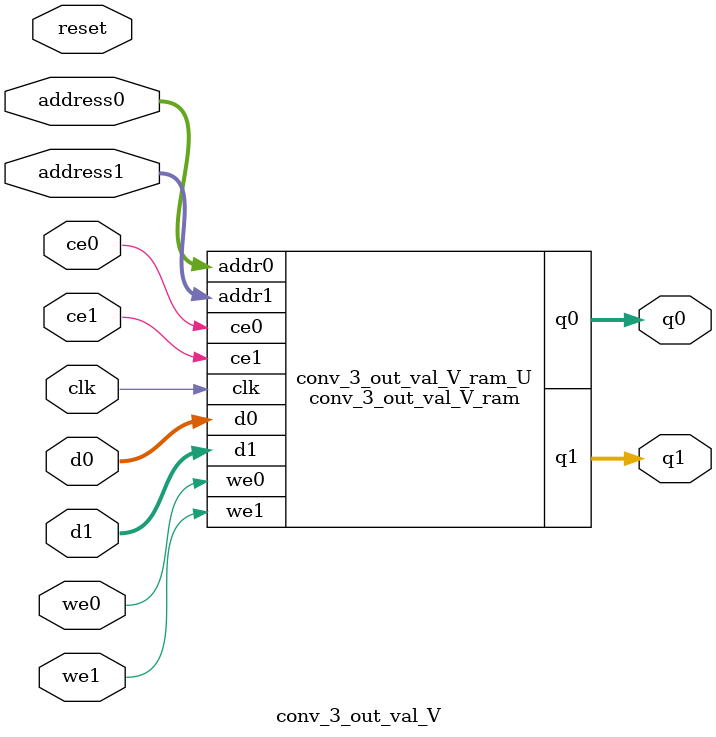
<source format=v>

`timescale 1 ns / 1 ps
module conv_3_out_val_V_ram (addr0, ce0, d0, we0, q0, addr1, ce1, d1, we1, q1,  clk);

parameter DWIDTH = 16;
parameter AWIDTH = 4;
parameter MEM_SIZE = 16;

input[AWIDTH-1:0] addr0;
input ce0;
input[DWIDTH-1:0] d0;
input we0;
output reg[DWIDTH-1:0] q0;
input[AWIDTH-1:0] addr1;
input ce1;
input[DWIDTH-1:0] d1;
input we1;
output reg[DWIDTH-1:0] q1;
input clk;

(* ram_style = "block" *)reg [DWIDTH-1:0] ram[0:MEM_SIZE-1];




always @(posedge clk)  
begin 
    if (ce0) 
    begin
        if (we0) 
        begin 
            ram[addr0] <= d0; 
            q0 <= d0;
        end 
        else 
            q0 <= ram[addr0];
    end
end


always @(posedge clk)  
begin 
    if (ce1) 
    begin
        if (we1) 
        begin 
            ram[addr1] <= d1; 
            q1 <= d1;
        end 
        else 
            q1 <= ram[addr1];
    end
end


endmodule


`timescale 1 ns / 1 ps
module conv_3_out_val_V(
    reset,
    clk,
    address0,
    ce0,
    we0,
    d0,
    q0,
    address1,
    ce1,
    we1,
    d1,
    q1);

parameter DataWidth = 32'd16;
parameter AddressRange = 32'd16;
parameter AddressWidth = 32'd4;
input reset;
input clk;
input[AddressWidth - 1:0] address0;
input ce0;
input we0;
input[DataWidth - 1:0] d0;
output[DataWidth - 1:0] q0;
input[AddressWidth - 1:0] address1;
input ce1;
input we1;
input[DataWidth - 1:0] d1;
output[DataWidth - 1:0] q1;



conv_3_out_val_V_ram conv_3_out_val_V_ram_U(
    .clk( clk ),
    .addr0( address0 ),
    .ce0( ce0 ),
    .d0( d0 ),
    .we0( we0 ),
    .q0( q0 ),
    .addr1( address1 ),
    .ce1( ce1 ),
    .d1( d1 ),
    .we1( we1 ),
    .q1( q1 ));

endmodule


</source>
